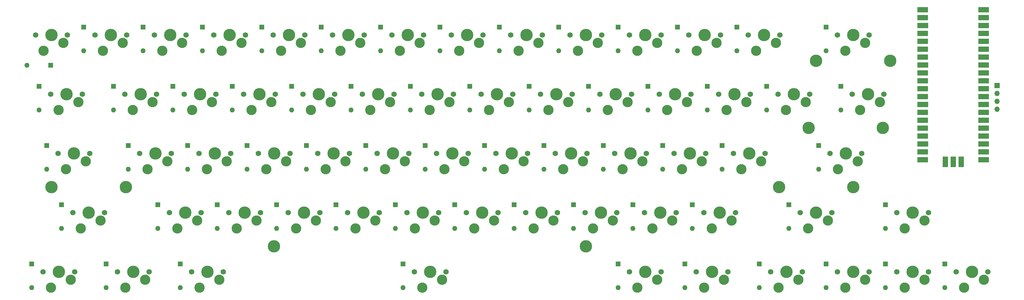
<source format=gbr>
%TF.GenerationSoftware,KiCad,Pcbnew,7.0.8*%
%TF.CreationDate,2023-12-03T22:46:55+07:00*%
%TF.ProjectId,pcb,7063622e-6b69-4636-9164-5f7063625858,rev?*%
%TF.SameCoordinates,Original*%
%TF.FileFunction,Soldermask,Top*%
%TF.FilePolarity,Negative*%
%FSLAX46Y46*%
G04 Gerber Fmt 4.6, Leading zero omitted, Abs format (unit mm)*
G04 Created by KiCad (PCBNEW 7.0.8) date 2023-12-03 22:46:55*
%MOMM*%
%LPD*%
G01*
G04 APERTURE LIST*
%ADD10R,1.700000X3.500000*%
%ADD11O,1.700000X1.700000*%
%ADD12R,1.700000X1.700000*%
%ADD13R,3.500000X1.700000*%
%ADD14C,3.987800*%
%ADD15C,3.300000*%
%ADD16C,1.750000*%
%ADD17O,1.600000X1.600000*%
%ADD18R,1.600000X1.600000*%
G04 APERTURE END LIST*
D10*
%TO.C,U1*%
X357980000Y-148495000D03*
D11*
X357980000Y-147595000D03*
D10*
X355440000Y-148495000D03*
D12*
X355440000Y-147595000D03*
D10*
X352900000Y-148495000D03*
D11*
X352900000Y-147595000D03*
D13*
X365230000Y-99565000D03*
D11*
X364330000Y-99565000D03*
D13*
X365230000Y-102105000D03*
D11*
X364330000Y-102105000D03*
D13*
X365230000Y-104645000D03*
D12*
X364330000Y-104645000D03*
D13*
X365230000Y-107185000D03*
D11*
X364330000Y-107185000D03*
D13*
X365230000Y-109725000D03*
D11*
X364330000Y-109725000D03*
D13*
X365230000Y-112265000D03*
D11*
X364330000Y-112265000D03*
D13*
X365230000Y-114805000D03*
D11*
X364330000Y-114805000D03*
D13*
X365230000Y-117345000D03*
D12*
X364330000Y-117345000D03*
D13*
X365230000Y-119885000D03*
D11*
X364330000Y-119885000D03*
D13*
X365230000Y-122425000D03*
D11*
X364330000Y-122425000D03*
D13*
X365230000Y-124965000D03*
D11*
X364330000Y-124965000D03*
D13*
X365230000Y-127505000D03*
D11*
X364330000Y-127505000D03*
D13*
X365230000Y-130045000D03*
D12*
X364330000Y-130045000D03*
D13*
X365230000Y-132585000D03*
D11*
X364330000Y-132585000D03*
D13*
X365230000Y-135125000D03*
D11*
X364330000Y-135125000D03*
D13*
X365230000Y-137665000D03*
D11*
X364330000Y-137665000D03*
D13*
X365230000Y-140205000D03*
D11*
X364330000Y-140205000D03*
D13*
X365230000Y-142745000D03*
D12*
X364330000Y-142745000D03*
D13*
X365230000Y-145285000D03*
D11*
X364330000Y-145285000D03*
D13*
X365230000Y-147825000D03*
D11*
X364330000Y-147825000D03*
D13*
X345650000Y-147825000D03*
D11*
X346550000Y-147825000D03*
D13*
X345650000Y-145285000D03*
D11*
X346550000Y-145285000D03*
D13*
X345650000Y-142745000D03*
D12*
X346550000Y-142745000D03*
D13*
X345650000Y-140205000D03*
D11*
X346550000Y-140205000D03*
D13*
X345650000Y-137665000D03*
D11*
X346550000Y-137665000D03*
D13*
X345650000Y-135125000D03*
D11*
X346550000Y-135125000D03*
D13*
X345650000Y-132585000D03*
D11*
X346550000Y-132585000D03*
D13*
X345650000Y-130045000D03*
D12*
X346550000Y-130045000D03*
D13*
X345650000Y-127505000D03*
D11*
X346550000Y-127505000D03*
D13*
X345650000Y-124965000D03*
D11*
X346550000Y-124965000D03*
D13*
X345650000Y-122425000D03*
D11*
X346550000Y-122425000D03*
D13*
X345650000Y-119885000D03*
D11*
X346550000Y-119885000D03*
D13*
X345650000Y-117345000D03*
D12*
X346550000Y-117345000D03*
D13*
X345650000Y-114805000D03*
D11*
X346550000Y-114805000D03*
D13*
X345650000Y-112265000D03*
D11*
X346550000Y-112265000D03*
D13*
X345650000Y-109725000D03*
D11*
X346550000Y-109725000D03*
D13*
X345650000Y-107185000D03*
D11*
X346550000Y-107185000D03*
D13*
X345650000Y-104645000D03*
D12*
X346550000Y-104645000D03*
D13*
X345650000Y-102105000D03*
D11*
X346550000Y-102105000D03*
D13*
X345650000Y-99565000D03*
D11*
X346550000Y-99565000D03*
%TD*%
D14*
%TO.C,S2*%
X90012500Y-156565000D03*
X66200000Y-156565000D03*
%TD*%
%TO.C,S1*%
X137583750Y-175661950D03*
X237596250Y-175661950D03*
%TD*%
%TO.C,S4*%
X309087500Y-137540000D03*
X332900000Y-137540000D03*
%TD*%
D11*
%TO.C,J1*%
X369525000Y-131510000D03*
X369525000Y-128970000D03*
X369525000Y-126430000D03*
D12*
X369525000Y-123890000D03*
%TD*%
D14*
%TO.C,S5*%
X335275000Y-115925000D03*
X311462500Y-115925000D03*
%TD*%
%TO.C,S3*%
X299562500Y-156565000D03*
X323375000Y-156565000D03*
%TD*%
D15*
%TO.C,MX39*%
X268450000Y-150870000D03*
X274800000Y-148330000D03*
D16*
X276070000Y-145790000D03*
D14*
X270990000Y-145790000D03*
D16*
X265910000Y-145790000D03*
%TD*%
D17*
%TO.C,D59*%
X247972500Y-188960000D03*
D18*
X247972500Y-181340000D03*
%TD*%
D15*
%TO.C,MX56*%
X89856250Y-188970000D03*
X96206250Y-186430000D03*
D16*
X97476250Y-183890000D03*
D14*
X92396250Y-183890000D03*
D16*
X87316250Y-183890000D03*
%TD*%
D17*
%TO.C,D32*%
X128910000Y-150860000D03*
D18*
X128910000Y-143240000D03*
%TD*%
D17*
%TO.C,D36*%
X205110000Y-150860000D03*
D18*
X205110000Y-143240000D03*
%TD*%
D15*
%TO.C,MX46*%
X163675000Y-169920000D03*
X170025000Y-167380000D03*
D16*
X171295000Y-164840000D03*
D14*
X166215000Y-164840000D03*
D16*
X161135000Y-164840000D03*
%TD*%
D15*
%TO.C,MX24*%
X244637500Y-131820000D03*
X250987500Y-129280000D03*
D16*
X252257500Y-126740000D03*
D14*
X247177500Y-126740000D03*
D16*
X242097500Y-126740000D03*
%TD*%
D17*
%TO.C,D14*%
X314647500Y-112760000D03*
D18*
X314647500Y-105140000D03*
%TD*%
D15*
%TO.C,MX17*%
X111287500Y-131820000D03*
X117637500Y-129280000D03*
D16*
X118907500Y-126740000D03*
D14*
X113827500Y-126740000D03*
D16*
X108747500Y-126740000D03*
%TD*%
D17*
%TO.C,D13*%
X286072500Y-112760000D03*
D18*
X286072500Y-105140000D03*
%TD*%
D15*
%TO.C,MX11*%
X254162500Y-112770000D03*
X260512500Y-110230000D03*
D16*
X261782500Y-107690000D03*
D14*
X256702500Y-107690000D03*
D16*
X251622500Y-107690000D03*
%TD*%
D17*
%TO.C,D23*%
X219397500Y-131810000D03*
D18*
X219397500Y-124190000D03*
%TD*%
D17*
%TO.C,D8*%
X190822500Y-112760000D03*
D18*
X190822500Y-105140000D03*
%TD*%
D17*
%TO.C,D22*%
X200347500Y-131810000D03*
D18*
X200347500Y-124190000D03*
%TD*%
D17*
%TO.C,D34*%
X167010000Y-150860000D03*
D18*
X167010000Y-143240000D03*
%TD*%
D17*
%TO.C,D17*%
X105097500Y-131810000D03*
D18*
X105097500Y-124190000D03*
%TD*%
D17*
%TO.C,D42*%
X69378750Y-169910000D03*
D18*
X69378750Y-162290000D03*
%TD*%
D17*
%TO.C,D50*%
X233685000Y-169910000D03*
D18*
X233685000Y-162290000D03*
%TD*%
D15*
%TO.C,MX12*%
X273212500Y-112770000D03*
X279562500Y-110230000D03*
D16*
X280832500Y-107690000D03*
D14*
X275752500Y-107690000D03*
D16*
X270672500Y-107690000D03*
%TD*%
D17*
%TO.C,D56*%
X83666250Y-188960000D03*
D18*
X83666250Y-181340000D03*
%TD*%
D15*
%TO.C,MX64*%
X358937500Y-188970000D03*
X365287500Y-186430000D03*
D16*
X366557500Y-183890000D03*
D14*
X361477500Y-183890000D03*
D16*
X356397500Y-183890000D03*
%TD*%
D17*
%TO.C,D24*%
X238447500Y-131810000D03*
D18*
X238447500Y-124190000D03*
%TD*%
D15*
%TO.C,MX15*%
X68425000Y-131820000D03*
X74775000Y-129280000D03*
D16*
X76045000Y-126740000D03*
D14*
X70965000Y-126740000D03*
D16*
X65885000Y-126740000D03*
%TD*%
D17*
%TO.C,D41*%
X312266250Y-150860000D03*
D18*
X312266250Y-143240000D03*
%TD*%
D15*
%TO.C,MX45*%
X144625000Y-169920000D03*
X150975000Y-167380000D03*
D16*
X152245000Y-164840000D03*
D14*
X147165000Y-164840000D03*
D16*
X142085000Y-164840000D03*
%TD*%
D15*
%TO.C,MX26*%
X282737500Y-131820000D03*
X289087500Y-129280000D03*
D16*
X290357500Y-126740000D03*
D14*
X285277500Y-126740000D03*
D16*
X280197500Y-126740000D03*
%TD*%
D15*
%TO.C,MX14*%
X320837500Y-112770000D03*
X327187500Y-110230000D03*
D16*
X328457500Y-107690000D03*
D14*
X323377500Y-107690000D03*
D16*
X318297500Y-107690000D03*
%TD*%
D15*
%TO.C,MX29*%
X70806250Y-150870000D03*
X77156250Y-148330000D03*
D16*
X78426250Y-145790000D03*
D14*
X73346250Y-145790000D03*
D16*
X68266250Y-145790000D03*
%TD*%
D17*
%TO.C,D44*%
X119385000Y-169910000D03*
D18*
X119385000Y-162290000D03*
%TD*%
D17*
%TO.C,D20*%
X162247500Y-131810000D03*
D18*
X162247500Y-124190000D03*
%TD*%
D17*
%TO.C,D31*%
X109860000Y-150860000D03*
D18*
X109860000Y-143240000D03*
%TD*%
D15*
%TO.C,MX34*%
X173200000Y-150870000D03*
X179550000Y-148330000D03*
D16*
X180820000Y-145790000D03*
D14*
X175740000Y-145790000D03*
D16*
X170660000Y-145790000D03*
%TD*%
D15*
%TO.C,MX49*%
X220825000Y-169920000D03*
X227175000Y-167380000D03*
D16*
X228445000Y-164840000D03*
D14*
X223365000Y-164840000D03*
D16*
X218285000Y-164840000D03*
%TD*%
D15*
%TO.C,MX28*%
X325600000Y-131820000D03*
X331950000Y-129280000D03*
D16*
X333220000Y-126740000D03*
D14*
X328140000Y-126740000D03*
D16*
X323060000Y-126740000D03*
%TD*%
D15*
%TO.C,MX23*%
X225587500Y-131820000D03*
X231937500Y-129280000D03*
D16*
X233207500Y-126740000D03*
D14*
X228127500Y-126740000D03*
D16*
X223047500Y-126740000D03*
%TD*%
D17*
%TO.C,D37*%
X224160000Y-150860000D03*
D18*
X224160000Y-143240000D03*
%TD*%
D17*
%TO.C,D1*%
X58285000Y-117430000D03*
D18*
X65905000Y-117430000D03*
%TD*%
D15*
%TO.C,MX37*%
X230350000Y-150870000D03*
X236700000Y-148330000D03*
D16*
X237970000Y-145790000D03*
D14*
X232890000Y-145790000D03*
D16*
X227810000Y-145790000D03*
%TD*%
D17*
%TO.C,D54*%
X333697500Y-169910000D03*
D18*
X333697500Y-162290000D03*
%TD*%
D15*
%TO.C,MX16*%
X92237500Y-131820000D03*
X98587500Y-129280000D03*
D16*
X99857500Y-126740000D03*
D14*
X94777500Y-126740000D03*
D16*
X89697500Y-126740000D03*
%TD*%
D17*
%TO.C,D25*%
X257497500Y-131810000D03*
D18*
X257497500Y-124190000D03*
%TD*%
D17*
%TO.C,D29*%
X64616250Y-150860000D03*
D18*
X64616250Y-143240000D03*
%TD*%
D17*
%TO.C,D45*%
X138435000Y-169910000D03*
D18*
X138435000Y-162290000D03*
%TD*%
D15*
%TO.C,MX42*%
X75568750Y-169920000D03*
X81918750Y-167380000D03*
D16*
X83188750Y-164840000D03*
D14*
X78108750Y-164840000D03*
D16*
X73028750Y-164840000D03*
%TD*%
D15*
%TO.C,MX5*%
X139862500Y-112770000D03*
X146212500Y-110230000D03*
D16*
X147482500Y-107690000D03*
D14*
X142402500Y-107690000D03*
D16*
X137322500Y-107690000D03*
%TD*%
D17*
%TO.C,D49*%
X214635000Y-169910000D03*
D18*
X214635000Y-162290000D03*
%TD*%
D17*
%TO.C,D4*%
X114622500Y-112760000D03*
D18*
X114622500Y-105140000D03*
%TD*%
D15*
%TO.C,MX60*%
X275593750Y-188970000D03*
X281943750Y-186430000D03*
D16*
X283213750Y-183890000D03*
D14*
X278133750Y-183890000D03*
D16*
X273053750Y-183890000D03*
%TD*%
D15*
%TO.C,MX13*%
X292262500Y-112770000D03*
X298612500Y-110230000D03*
D16*
X299882500Y-107690000D03*
D14*
X294802500Y-107690000D03*
D16*
X289722500Y-107690000D03*
%TD*%
D17*
%TO.C,D15*%
X62235000Y-131810000D03*
D18*
X62235000Y-124190000D03*
%TD*%
D15*
%TO.C,MX21*%
X187487500Y-131820000D03*
X193837500Y-129280000D03*
D16*
X195107500Y-126740000D03*
D14*
X190027500Y-126740000D03*
D16*
X184947500Y-126740000D03*
%TD*%
D17*
%TO.C,D39*%
X262260000Y-150860000D03*
D18*
X262260000Y-143240000D03*
%TD*%
D17*
%TO.C,D64*%
X352747500Y-188960000D03*
D18*
X352747500Y-181340000D03*
%TD*%
D15*
%TO.C,MX22*%
X206537500Y-131820000D03*
X212887500Y-129280000D03*
D16*
X214157500Y-126740000D03*
D14*
X209077500Y-126740000D03*
D16*
X203997500Y-126740000D03*
%TD*%
D15*
%TO.C,MX38*%
X249400000Y-150870000D03*
X255750000Y-148330000D03*
D16*
X257020000Y-145790000D03*
D14*
X251940000Y-145790000D03*
D16*
X246860000Y-145790000D03*
%TD*%
D15*
%TO.C,MX63*%
X339887500Y-188970000D03*
X346237500Y-186430000D03*
D16*
X347507500Y-183890000D03*
D14*
X342427500Y-183890000D03*
D16*
X337347500Y-183890000D03*
%TD*%
D17*
%TO.C,D27*%
X295597500Y-131810000D03*
D18*
X295597500Y-124190000D03*
%TD*%
D17*
%TO.C,D40*%
X281310000Y-150860000D03*
D18*
X281310000Y-143240000D03*
%TD*%
D17*
%TO.C,D9*%
X209872500Y-112760000D03*
D18*
X209872500Y-105140000D03*
%TD*%
D15*
%TO.C,MX27*%
X301787500Y-131820000D03*
X308137500Y-129280000D03*
D16*
X309407500Y-126740000D03*
D14*
X304327500Y-126740000D03*
D16*
X299247500Y-126740000D03*
%TD*%
D17*
%TO.C,D58*%
X178916250Y-188960000D03*
D18*
X178916250Y-181340000D03*
%TD*%
D15*
%TO.C,MX57*%
X113668750Y-188970000D03*
X120018750Y-186430000D03*
D16*
X121288750Y-183890000D03*
D14*
X116208750Y-183890000D03*
D16*
X111128750Y-183890000D03*
%TD*%
D17*
%TO.C,D57*%
X107478750Y-188960000D03*
D18*
X107478750Y-181340000D03*
%TD*%
D15*
%TO.C,MX3*%
X101762500Y-112770000D03*
X108112500Y-110230000D03*
D16*
X109382500Y-107690000D03*
D14*
X104302500Y-107690000D03*
D16*
X99222500Y-107690000D03*
%TD*%
D15*
%TO.C,MX18*%
X130337500Y-131820000D03*
X136687500Y-129280000D03*
D16*
X137957500Y-126740000D03*
D14*
X132877500Y-126740000D03*
D16*
X127797500Y-126740000D03*
%TD*%
D17*
%TO.C,D12*%
X267022500Y-112760000D03*
D18*
X267022500Y-105140000D03*
%TD*%
D17*
%TO.C,D21*%
X181297500Y-131810000D03*
D18*
X181297500Y-124190000D03*
%TD*%
D17*
%TO.C,D48*%
X195585000Y-169910000D03*
D18*
X195585000Y-162290000D03*
%TD*%
D17*
%TO.C,D60*%
X269403750Y-188960000D03*
D18*
X269403750Y-181340000D03*
%TD*%
D15*
%TO.C,MX6*%
X158912500Y-112770000D03*
X165262500Y-110230000D03*
D16*
X166532500Y-107690000D03*
D14*
X161452500Y-107690000D03*
D16*
X156372500Y-107690000D03*
%TD*%
D15*
%TO.C,MX44*%
X125575000Y-169920000D03*
X131925000Y-167380000D03*
D16*
X133195000Y-164840000D03*
D14*
X128115000Y-164840000D03*
D16*
X123035000Y-164840000D03*
%TD*%
D17*
%TO.C,D35*%
X186060000Y-150860000D03*
D18*
X186060000Y-143240000D03*
%TD*%
D15*
%TO.C,MX10*%
X235112500Y-112770000D03*
X241462500Y-110230000D03*
D16*
X242732500Y-107690000D03*
D14*
X237652500Y-107690000D03*
D16*
X232572500Y-107690000D03*
%TD*%
D15*
%TO.C,MX40*%
X287500000Y-150870000D03*
X293850000Y-148330000D03*
D16*
X295120000Y-145790000D03*
D14*
X290040000Y-145790000D03*
D16*
X284960000Y-145790000D03*
%TD*%
D15*
%TO.C,MX41*%
X318456250Y-150870000D03*
X324806250Y-148330000D03*
D16*
X326076250Y-145790000D03*
D14*
X320996250Y-145790000D03*
D16*
X315916250Y-145790000D03*
%TD*%
D15*
%TO.C,MX54*%
X339887500Y-169920000D03*
X346237500Y-167380000D03*
D16*
X347507500Y-164840000D03*
D14*
X342427500Y-164840000D03*
D16*
X337347500Y-164840000D03*
%TD*%
D15*
%TO.C,MX2*%
X82712500Y-112770000D03*
X89062500Y-110230000D03*
D16*
X90332500Y-107690000D03*
D14*
X85252500Y-107690000D03*
D16*
X80172500Y-107690000D03*
%TD*%
D17*
%TO.C,D55*%
X59853750Y-188960000D03*
D18*
X59853750Y-181340000D03*
%TD*%
D15*
%TO.C,MX7*%
X177962500Y-112770000D03*
X184312500Y-110230000D03*
D16*
X185582500Y-107690000D03*
D14*
X180502500Y-107690000D03*
D16*
X175422500Y-107690000D03*
%TD*%
D17*
%TO.C,D6*%
X152722500Y-112760000D03*
D18*
X152722500Y-105140000D03*
%TD*%
D15*
%TO.C,MX9*%
X216062500Y-112770000D03*
X222412500Y-110230000D03*
D16*
X223682500Y-107690000D03*
D14*
X218602500Y-107690000D03*
D16*
X213522500Y-107690000D03*
%TD*%
D17*
%TO.C,D33*%
X147960000Y-150860000D03*
D18*
X147960000Y-143240000D03*
%TD*%
D17*
%TO.C,D30*%
X90810000Y-150860000D03*
D18*
X90810000Y-143240000D03*
%TD*%
D15*
%TO.C,MX35*%
X192250000Y-150870000D03*
X198600000Y-148330000D03*
D16*
X199870000Y-145790000D03*
D14*
X194790000Y-145790000D03*
D16*
X189710000Y-145790000D03*
%TD*%
D15*
%TO.C,MX31*%
X116050000Y-150870000D03*
X122400000Y-148330000D03*
D16*
X123670000Y-145790000D03*
D14*
X118590000Y-145790000D03*
D16*
X113510000Y-145790000D03*
%TD*%
D17*
%TO.C,D7*%
X171772500Y-112760000D03*
D18*
X171772500Y-105140000D03*
%TD*%
D17*
%TO.C,D43*%
X100335000Y-169910000D03*
D18*
X100335000Y-162290000D03*
%TD*%
D17*
%TO.C,D51*%
X252735000Y-169910000D03*
D18*
X252735000Y-162290000D03*
%TD*%
D17*
%TO.C,D19*%
X143197500Y-131810000D03*
D18*
X143197500Y-124190000D03*
%TD*%
D17*
%TO.C,D47*%
X176535000Y-169910000D03*
D18*
X176535000Y-162290000D03*
%TD*%
D15*
%TO.C,MX58*%
X185106250Y-188970000D03*
X191456250Y-186430000D03*
D16*
X192726250Y-183890000D03*
D14*
X187646250Y-183890000D03*
D16*
X182566250Y-183890000D03*
%TD*%
D15*
%TO.C,MX53*%
X308931250Y-169920000D03*
X315281250Y-167380000D03*
D16*
X316551250Y-164840000D03*
D14*
X311471250Y-164840000D03*
D16*
X306391250Y-164840000D03*
%TD*%
D15*
%TO.C,MX20*%
X168437500Y-131820000D03*
X174787500Y-129280000D03*
D16*
X176057500Y-126740000D03*
D14*
X170977500Y-126740000D03*
D16*
X165897500Y-126740000D03*
%TD*%
D15*
%TO.C,MX32*%
X135100000Y-150870000D03*
X141450000Y-148330000D03*
D16*
X142720000Y-145790000D03*
D14*
X137640000Y-145790000D03*
D16*
X132560000Y-145790000D03*
%TD*%
D17*
%TO.C,D38*%
X243210000Y-150860000D03*
D18*
X243210000Y-143240000D03*
%TD*%
D15*
%TO.C,MX19*%
X149387500Y-131820000D03*
X155737500Y-129280000D03*
D16*
X157007500Y-126740000D03*
D14*
X151927500Y-126740000D03*
D16*
X146847500Y-126740000D03*
%TD*%
D17*
%TO.C,D53*%
X302741250Y-169910000D03*
D18*
X302741250Y-162290000D03*
%TD*%
D15*
%TO.C,MX50*%
X239875000Y-169920000D03*
X246225000Y-167380000D03*
D16*
X247495000Y-164840000D03*
D14*
X242415000Y-164840000D03*
D16*
X237335000Y-164840000D03*
%TD*%
D15*
%TO.C,MX1*%
X63662500Y-112770000D03*
X70012500Y-110230000D03*
D16*
X71282500Y-107690000D03*
D14*
X66202500Y-107690000D03*
D16*
X61122500Y-107690000D03*
%TD*%
D15*
%TO.C,MX55*%
X66043750Y-188970000D03*
X72393750Y-186430000D03*
D16*
X73663750Y-183890000D03*
D14*
X68583750Y-183890000D03*
D16*
X63503750Y-183890000D03*
%TD*%
D15*
%TO.C,MX62*%
X320837500Y-188970000D03*
X327187500Y-186430000D03*
D16*
X328457500Y-183890000D03*
D14*
X323377500Y-183890000D03*
D16*
X318297500Y-183890000D03*
%TD*%
D17*
%TO.C,D63*%
X333697500Y-188960000D03*
D18*
X333697500Y-181340000D03*
%TD*%
D15*
%TO.C,MX25*%
X263687500Y-131820000D03*
X270037500Y-129280000D03*
D16*
X271307500Y-126740000D03*
D14*
X266227500Y-126740000D03*
D16*
X261147500Y-126740000D03*
%TD*%
D17*
%TO.C,D28*%
X319410000Y-131810000D03*
D18*
X319410000Y-124190000D03*
%TD*%
D15*
%TO.C,MX51*%
X258925000Y-169920000D03*
X265275000Y-167380000D03*
D16*
X266545000Y-164840000D03*
D14*
X261465000Y-164840000D03*
D16*
X256385000Y-164840000D03*
%TD*%
D15*
%TO.C,MX8*%
X197012500Y-112770000D03*
X203362500Y-110230000D03*
D16*
X204632500Y-107690000D03*
D14*
X199552500Y-107690000D03*
D16*
X194472500Y-107690000D03*
%TD*%
D17*
%TO.C,D2*%
X76522500Y-112760000D03*
D18*
X76522500Y-105140000D03*
%TD*%
D15*
%TO.C,MX52*%
X277975000Y-169920000D03*
X284325000Y-167380000D03*
D16*
X285595000Y-164840000D03*
D14*
X280515000Y-164840000D03*
D16*
X275435000Y-164840000D03*
%TD*%
D15*
%TO.C,MX33*%
X154150000Y-150870000D03*
X160500000Y-148330000D03*
D16*
X161770000Y-145790000D03*
D14*
X156690000Y-145790000D03*
D16*
X151610000Y-145790000D03*
%TD*%
D17*
%TO.C,D62*%
X314647500Y-188960000D03*
D18*
X314647500Y-181340000D03*
%TD*%
D17*
%TO.C,D16*%
X86047500Y-131810000D03*
D18*
X86047500Y-124190000D03*
%TD*%
D15*
%TO.C,MX47*%
X182725000Y-169920000D03*
X189075000Y-167380000D03*
D16*
X190345000Y-164840000D03*
D14*
X185265000Y-164840000D03*
D16*
X180185000Y-164840000D03*
%TD*%
D15*
%TO.C,MX43*%
X106525000Y-169920000D03*
X112875000Y-167380000D03*
D16*
X114145000Y-164840000D03*
D14*
X109065000Y-164840000D03*
D16*
X103985000Y-164840000D03*
%TD*%
D17*
%TO.C,D26*%
X276547500Y-131810000D03*
D18*
X276547500Y-124190000D03*
%TD*%
D15*
%TO.C,MX59*%
X254162500Y-188970000D03*
X260512500Y-186430000D03*
D16*
X261782500Y-183890000D03*
D14*
X256702500Y-183890000D03*
D16*
X251622500Y-183890000D03*
%TD*%
D17*
%TO.C,D11*%
X247972500Y-112760000D03*
D18*
X247972500Y-105140000D03*
%TD*%
D17*
%TO.C,D46*%
X157485000Y-169910000D03*
D18*
X157485000Y-162290000D03*
%TD*%
D17*
%TO.C,D10*%
X228922500Y-112760000D03*
D18*
X228922500Y-105140000D03*
%TD*%
D15*
%TO.C,MX48*%
X201775000Y-169920000D03*
X208125000Y-167380000D03*
D16*
X209395000Y-164840000D03*
D14*
X204315000Y-164840000D03*
D16*
X199235000Y-164840000D03*
%TD*%
D15*
%TO.C,MX36*%
X211300000Y-150870000D03*
X217650000Y-148330000D03*
D16*
X218920000Y-145790000D03*
D14*
X213840000Y-145790000D03*
D16*
X208760000Y-145790000D03*
%TD*%
D15*
%TO.C,MX4*%
X120812500Y-112770000D03*
X127162500Y-110230000D03*
D16*
X128432500Y-107690000D03*
D14*
X123352500Y-107690000D03*
D16*
X118272500Y-107690000D03*
%TD*%
D15*
%TO.C,MX30*%
X97000000Y-150870000D03*
X103350000Y-148330000D03*
D16*
X104620000Y-145790000D03*
D14*
X99540000Y-145790000D03*
D16*
X94460000Y-145790000D03*
%TD*%
D17*
%TO.C,D61*%
X293216250Y-188960000D03*
D18*
X293216250Y-181340000D03*
%TD*%
D15*
%TO.C,MX61*%
X299406250Y-188970000D03*
X305756250Y-186430000D03*
D16*
X307026250Y-183890000D03*
D14*
X301946250Y-183890000D03*
D16*
X296866250Y-183890000D03*
%TD*%
D17*
%TO.C,D52*%
X271785000Y-169910000D03*
D18*
X271785000Y-162290000D03*
%TD*%
D17*
%TO.C,D5*%
X133672500Y-112760000D03*
D18*
X133672500Y-105140000D03*
%TD*%
D17*
%TO.C,D3*%
X95572500Y-112760000D03*
D18*
X95572500Y-105140000D03*
%TD*%
D17*
%TO.C,D18*%
X124147500Y-131810000D03*
D18*
X124147500Y-124190000D03*
%TD*%
M02*

</source>
